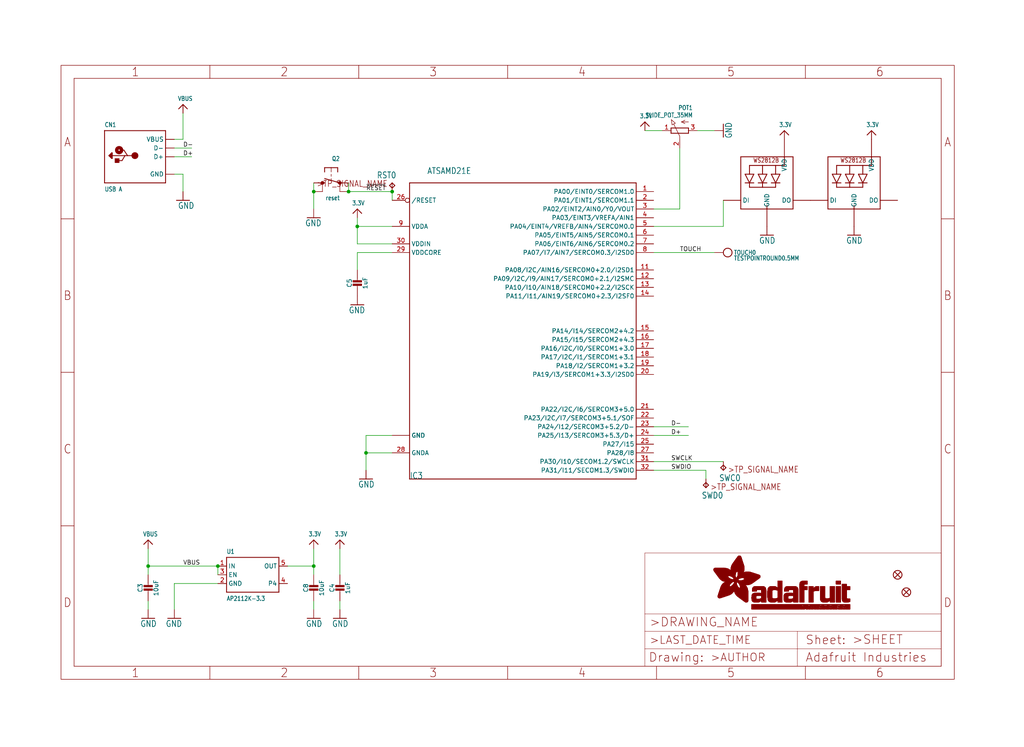
<source format=kicad_sch>
(kicad_sch (version 20211123) (generator eeschema)
  (paper "User" 298.45 217.881)
  (lib_symbols
    (symbol "eagleSchem-eagle-import:3.3V" (power)
      (property "Value" "3.3V" (at -1.524 1.016 0))
      (symbol "3.3V_1_0"
        (pin power_in line (at 0 -2.54 90) (length 2.54) (name "3.3V") (number "1"))
      )
    )
    (symbol "eagleSchem-eagle-import:ATSAMD21E"
      (property "Reference" "IC" (at -35.56 -43.18 0))
      (property "Value" "ATSAMD21E" (at -30.48 45.72 0))
      (symbol "ATSAMD21E_1_0"
        (pin bidirectional line (at 35.56 40.64 180) (length 5.08) (name "PA00/EINT0/SERCOM1.0") (number "1"))
        (pin power_in line (at -40.64 -30.48 0) (length 5.08) (name "GND") (number "10"))
        (pin bidirectional line (at 35.56 17.78 180) (length 5.08) (name "PA08/I2C/AIN16/SERCOM0+2.0/I2SD1") (number "11"))
        (pin bidirectional line (at 35.56 15.24 180) (length 5.08) (name "PA09/I2C/I9/AIN17/SERCOM0+2.1/I2SMC") (number "12"))
        (pin bidirectional line (at 35.56 12.7 180) (length 5.08) (name "PA10/I10/AIN18/SERCOM0+2.2/I2SCK") (number "13"))
        (pin bidirectional line (at 35.56 10.16 180) (length 5.08) (name "PA11/I11/AIN19/SERCOM0+2.3/I2SF0") (number "14"))
        (pin bidirectional line (at 35.56 0 180) (length 5.08) (name "PA14/I14/SERCOM2+4.2") (number "15"))
        (pin bidirectional line (at 35.56 -2.54 180) (length 5.08) (name "PA15/I15/SERCOM2+4.3") (number "16"))
        (pin bidirectional line (at 35.56 -5.08 180) (length 5.08) (name "PA16/I2C/I0/SERCOM1+3.0") (number "17"))
        (pin bidirectional line (at 35.56 -7.62 180) (length 5.08) (name "PA17/I2C/I1/SERCOM1+3.1") (number "18"))
        (pin bidirectional line (at 35.56 -10.16 180) (length 5.08) (name "PA18/I2/SERCOM1+3.2") (number "19"))
        (pin bidirectional line (at 35.56 38.1 180) (length 5.08) (name "PA01/EINT1/SERCOM1.1") (number "2"))
        (pin bidirectional line (at 35.56 -12.7 180) (length 5.08) (name "PA19/I3/SERCOM1+3.3/I2SD0") (number "20"))
        (pin bidirectional line (at 35.56 -22.86 180) (length 5.08) (name "PA22/I2C/I6/SERCOM3+5.0") (number "21"))
        (pin bidirectional line (at 35.56 -25.4 180) (length 5.08) (name "PA23/I2C/I7/SERCOM3+5.1/SOF") (number "22"))
        (pin bidirectional line (at 35.56 -27.94 180) (length 5.08) (name "PA24/I12/SERCOM3+5.2/D-") (number "23"))
        (pin bidirectional line (at 35.56 -30.48 180) (length 5.08) (name "PA25/I13/SERCOM3+5.3/D+") (number "24"))
        (pin bidirectional line (at 35.56 -33.02 180) (length 5.08) (name "PA27/I15") (number "25"))
        (pin bidirectional inverted (at -40.64 38.1 0) (length 5.08) (name "/RESET") (number "26"))
        (pin bidirectional line (at 35.56 -35.56 180) (length 5.08) (name "PA28/I8") (number "27"))
        (pin power_in line (at -40.64 -35.56 0) (length 5.08) (name "GNDA") (number "28"))
        (pin power_in line (at -40.64 22.86 0) (length 5.08) (name "VDDCORE") (number "29"))
        (pin bidirectional line (at 35.56 35.56 180) (length 5.08) (name "PA02/EINT2/AIN0/Y0/VOUT") (number "3"))
        (pin power_in line (at -40.64 25.4 0) (length 5.08) (name "VDDIN") (number "30"))
        (pin bidirectional line (at 35.56 -38.1 180) (length 5.08) (name "PA30/I10/SECOM1.2/SWCLK") (number "31"))
        (pin bidirectional line (at 35.56 -40.64 180) (length 5.08) (name "PA31/I11/SECOM1.3/SWDIO") (number "32"))
        (pin power_in line (at -40.64 -30.48 0) (length 5.08) (name "GND") (number "33"))
        (pin bidirectional line (at 35.56 33.02 180) (length 5.08) (name "PA03/EINT3/VREFA/AIN1") (number "4"))
        (pin bidirectional line (at 35.56 30.48 180) (length 5.08) (name "PA04/EINT4/VREFB/AIN4/SERCOM0.0") (number "5"))
        (pin bidirectional line (at 35.56 27.94 180) (length 5.08) (name "PA05/EINT5/AIN5/SERCOM0.1") (number "6"))
        (pin bidirectional line (at 35.56 25.4 180) (length 5.08) (name "PA06/EINT6/AIN6/SERCOM0.2") (number "7"))
        (pin bidirectional line (at 35.56 22.86 180) (length 5.08) (name "PA07/I7/AIN7/SERCOM0.3/I2SD0") (number "8"))
        (pin power_in line (at -40.64 30.48 0) (length 5.08) (name "VDDA") (number "9"))
      )
    )
    (symbol "eagleSchem-eagle-import:CAP_CERAMIC0603_NO"
      (property "Reference" "C" (at -2.29 1.25 90))
      (property "Value" "CAP_CERAMIC0603_NO" (at 2.3 1.25 90))
      (symbol "CAP_CERAMIC0603_NO_1_0"
        (pin passive line (at 0 5.08 270) (length 2.54) (name "1") (number "1"))
        (pin passive line (at 0 -2.54 90) (length 2.54) (name "2") (number "2"))
      )
    )
    (symbol "eagleSchem-eagle-import:CAP_CERAMIC0805-NOOUTLINE"
      (property "Reference" "C" (at -2.29 1.25 90))
      (property "Value" "CAP_CERAMIC0805-NOOUTLINE" (at 2.3 1.25 90))
      (symbol "CAP_CERAMIC0805-NOOUTLINE_1_0"
        (pin passive line (at 0 5.08 270) (length 2.54) (name "1") (number "1"))
        (pin passive line (at 0 -2.54 90) (length 2.54) (name "2") (number "2"))
      )
    )
    (symbol "eagleSchem-eagle-import:FIDUCIAL_1MM")
    (symbol "eagleSchem-eagle-import:FRAME_A4_ADAFRUIT"
      (symbol "FRAME_A4_ADAFRUIT_0_0"
        (text "1" (at 21.6958 1.905 0) (effects (font (size 2.54 2.286))))
        (text "1" (at 21.6958 177.165 0) (effects (font (size 2.54 2.286))))
        (text "2" (at 65.0875 1.905 0) (effects (font (size 2.54 2.286))))
        (text "2" (at 65.0875 177.165 0) (effects (font (size 2.54 2.286))))
        (text "3" (at 108.4792 1.905 0) (effects (font (size 2.54 2.286))))
        (text "3" (at 108.4792 177.165 0) (effects (font (size 2.54 2.286))))
        (text "4" (at 151.8708 1.905 0) (effects (font (size 2.54 2.286))))
        (text "4" (at 151.8708 177.165 0) (effects (font (size 2.54 2.286))))
        (text "5" (at 195.2625 1.905 0) (effects (font (size 2.54 2.286))))
        (text "5" (at 195.2625 177.165 0) (effects (font (size 2.54 2.286))))
        (text "6" (at 238.6542 1.905 0) (effects (font (size 2.54 2.286))))
        (text "6" (at 238.6542 177.165 0) (effects (font (size 2.54 2.286))))
        (text "A" (at 1.905 156.6863 0) (effects (font (size 2.54 2.286))))
        (text "A" (at 258.445 156.6863 0) (effects (font (size 2.54 2.286))))
        (text "B" (at 1.905 111.9188 0) (effects (font (size 2.54 2.286))))
        (text "B" (at 258.445 111.9188 0) (effects (font (size 2.54 2.286))))
        (text "C" (at 1.905 67.1513 0) (effects (font (size 2.54 2.286))))
        (text "C" (at 258.445 67.1513 0) (effects (font (size 2.54 2.286))))
        (text "D" (at 1.905 22.3838 0) (effects (font (size 2.54 2.286))))
        (text "D" (at 258.445 22.3838 0) (effects (font (size 2.54 2.286))))
      )
      (symbol "FRAME_A4_ADAFRUIT_1_0"
        (text ">AUTHOR" (at 189.23 5.08 0) (effects (font (size 2.286 2.286)) (justify left bottom)))
        (text ">DRAWING_NAME" (at 171.45 15.24 0) (effects (font (size 2.54 2.54)) (justify left bottom)))
        (text ">LAST_DATE_TIME" (at 171.45 10.16 0) (effects (font (size 2.286 2.286)) (justify left bottom)))
        (text ">SHEET" (at 230.505 10.16 0) (effects (font (size 2.54 2.54)) (justify left bottom)))
        (text "Adafruit Industries" (at 216.916 4.953 0) (effects (font (size 2.54 2.54)) (justify left bottom)))
        (text "Drawing:" (at 171.196 4.953 0) (effects (font (size 2.54 2.54)) (justify left bottom)))
        (text "Sheet:" (at 216.916 10.033 0) (effects (font (size 2.54 2.54)) (justify left bottom)))
      )
    )
    (symbol "eagleSchem-eagle-import:GND" (power)
      (property "Value" "GND" (at -2.54 -2.54 0))
      (symbol "GND_1_0"
        (pin power_in line (at 0 2.54 270) (length 2.54) (name "GND") (number "1"))
      )
    )
    (symbol "eagleSchem-eagle-import:SLIDE_POT_35MM"
      (property "Reference" "POT" (at -5.969 -3.81 90))
      (property "Value" "SLIDE_POT_35MM" (at -3.81 -3.81 90))
      (symbol "SLIDE_POT_35MM_1_0"
        (pin passive line (at 0 5.08 270) (length 2.54) (name "E") (number "1"))
        (pin passive line (at 5.08 0 180) (length 2.54) (name "S") (number "2"))
        (pin passive line (at 0 -5.08 90) (length 2.54) (name "A") (number "3"))
      )
    )
    (symbol "eagleSchem-eagle-import:SWITCH_TACT_SMT4.6X2.8"
      (property "Reference" "SW" (at -2.54 6.35 0))
      (property "Value" "SWITCH_TACT_SMT4.6X2.8" (at -2.54 -5.08 0))
      (symbol "SWITCH_TACT_SMT4.6X2.8_1_0"
        (pin passive line (at -5.08 0 0) (length 2.54) (name "P") (number "A"))
        (pin passive line (at -5.08 -2.54 0) (length 2.54) (name "P1") (number "A'"))
        (pin passive line (at 5.08 0 180) (length 2.54) (name "S") (number "B"))
        (pin passive line (at 5.08 -2.54 180) (length 2.54) (name "S1") (number "B'"))
      )
    )
    (symbol "eagleSchem-eagle-import:TESTPOINTROUND0.5MM"
      (property "Reference" "TP" (at 0 5.588 90))
      (property "Value" "TESTPOINTROUND0.5MM" (at 1.651 5.588 90))
      (symbol "TESTPOINTROUND0.5MM_1_0"
        (pin bidirectional line (at 0 0 90) (length 2.54) (name "P$1") (number "P$1"))
      )
    )
    (symbol "eagleSchem-eagle-import:TPTP15R"
      (property "Reference" "TP" (at -1.27 1.27 0))
      (symbol "TPTP15R_1_0"
        (text ">TP_SIGNAL_NAME" (at 1.27 -1.27 0) (effects (font (size 1.778 1.5113)) (justify left bottom)))
        (pin input line (at 0 -2.54 90) (length 2.54) (name "TP") (number "TP"))
      )
    )
    (symbol "eagleSchem-eagle-import:TPTP16R"
      (property "Reference" "TP" (at -1.27 1.27 0))
      (symbol "TPTP16R_1_0"
        (text ">TP_SIGNAL_NAME" (at 1.27 -1.27 0) (effects (font (size 1.778 1.5113)) (justify left bottom)))
        (pin input line (at 0 -2.54 90) (length 2.54) (name "TP") (number "TP"))
      )
    )
    (symbol "eagleSchem-eagle-import:USB_TYPEAPCB"
      (property "Reference" "X" (at -10.16 8.636 0))
      (property "Value" "USB_TYPEAPCB" (at -10.16 -10.16 0))
      (symbol "USB_TYPEAPCB_1_0"
        (pin power_in line (at 10.16 -5.08 180) (length 2.54) (name "GND") (number "GND"))
        (pin bidirectional line (at 10.16 2.54 180) (length 2.54) (name "D-") (number "USB_NEG"))
        (pin bidirectional line (at 10.16 0 180) (length 2.54) (name "D+") (number "USB_PLUS"))
        (pin power_in line (at 10.16 5.08 180) (length 2.54) (name "VBUS") (number "VCC"))
      )
    )
    (symbol "eagleSchem-eagle-import:VBUS" (power)
      (property "Value" "VBUS" (at -1.524 1.016 0))
      (symbol "VBUS_1_0"
        (pin power_in line (at 0 -2.54 90) (length 2.54) (name "VBUS") (number "1"))
      )
    )
    (symbol "eagleSchem-eagle-import:VREG_SOT23-5"
      (property "Reference" "U" (at -7.62 6.096 0))
      (property "Value" "VREG_SOT23-5" (at -7.62 -7.62 0))
      (symbol "VREG_SOT23-5_1_0"
        (pin power_in line (at -10.16 2.54 0) (length 2.54) (name "IN") (number "1"))
        (pin power_in line (at -10.16 -2.54 0) (length 2.54) (name "GND") (number "2"))
        (pin input line (at -10.16 0 0) (length 2.54) (name "EN") (number "3"))
        (pin bidirectional line (at 10.16 -2.54 180) (length 2.54) (name "P4") (number "4"))
        (pin power_in line (at 10.16 2.54 180) (length 2.54) (name "OUT") (number "5"))
      )
    )
    (symbol "eagleSchem-eagle-import:WS2812B_SK6812E"
      (symbol "WS2812B_SK6812E_1_0"
        (text "WS2812B" (at -4.064 8.382 0) (effects (font (size 1.27 1.0795)) (justify left bottom)))
        (pin power_in line (at 5.08 15.24 270) (length 5.08) (name "VDD") (number "1-VDD"))
        (pin output line (at 12.7 -2.54 180) (length 5.08) (name "DO") (number "2-DOUT"))
        (pin power_in line (at 0 -10.16 90) (length 5.08) (name "GND") (number "3-GND"))
        (pin input line (at -12.7 -2.54 0) (length 5.08) (name "DI") (number "4-DIN"))
      )
    )
  )
  (junction (at 91.44 165.1))
  (junction (at 91.44 55.88))
  (junction (at 106.68 132.08))
  (junction (at 101.6 55.88))
  (junction (at 104.14 66.04))
  (junction (at 114.3 55.88))
  (junction (at 63.5 165.1))
  (junction (at 43.18 165.1))
  (wire (pts (xy 43.18 165.1) (xy 43.18 160.02)))
  (wire (pts (xy 91.44 53.34) (xy 91.44 55.88)))
  (wire (pts (xy 190.5 134.62) (xy 210.82 134.62)))
  (wire (pts (xy 190.5 60.96) (xy 198.12 60.96)))
  (wire (pts (xy 43.18 167.64) (xy 43.18 165.1)))
  (wire (pts (xy 50.8 170.18) (xy 50.8 177.8)))
  (wire (pts (xy 99.06 177.8) (xy 99.06 175.26)))
  (wire (pts (xy 91.44 165.1) (xy 83.82 165.1)))
  (wire (pts (xy 114.3 66.04) (xy 104.14 66.04)))
  (wire (pts (xy 205.74 137.16) (xy 205.74 139.7)))
  (wire (pts (xy 106.68 132.08) (xy 106.68 137.16)))
  (wire (pts (xy 53.34 33.02) (xy 53.34 40.64)))
  (wire (pts (xy 114.3 55.88) (xy 114.3 58.42)))
  (wire (pts (xy 99.06 160.02) (xy 99.06 167.64)))
  (wire (pts (xy 193.04 38.1) (xy 187.96 38.1)))
  (wire (pts (xy 114.3 73.66) (xy 104.14 73.66)))
  (wire (pts (xy 91.44 60.96) (xy 91.44 55.88)))
  (wire (pts (xy 53.34 50.8) (xy 53.34 55.88)))
  (wire (pts (xy 198.12 43.18) (xy 198.12 60.96)))
  (wire (pts (xy 104.14 66.04) (xy 104.14 63.5)))
  (wire (pts (xy 43.18 177.8) (xy 43.18 175.26)))
  (wire (pts (xy 50.8 50.8) (xy 53.34 50.8)))
  (wire (pts (xy 190.5 137.16) (xy 205.74 137.16)))
  (wire (pts (xy 114.3 132.08) (xy 106.68 132.08)))
  (wire (pts (xy 43.18 165.1) (xy 63.5 165.1)))
  (wire (pts (xy 104.14 71.12) (xy 104.14 66.04)))
  (wire (pts (xy 91.44 177.8) (xy 91.44 175.26)))
  (wire (pts (xy 114.3 127) (xy 106.68 127)))
  (wire (pts (xy 50.8 45.72) (xy 55.88 45.72)))
  (wire (pts (xy 91.44 165.1) (xy 91.44 167.64)))
  (wire (pts (xy 91.44 160.02) (xy 91.44 165.1)))
  (wire (pts (xy 63.5 170.18) (xy 50.8 170.18)))
  (wire (pts (xy 114.3 71.12) (xy 104.14 71.12)))
  (wire (pts (xy 190.5 66.04) (xy 210.82 66.04)))
  (wire (pts (xy 210.82 66.04) (xy 210.82 58.42)))
  (wire (pts (xy 104.14 73.66) (xy 104.14 78.74)))
  (wire (pts (xy 63.5 167.64) (xy 63.5 165.1)))
  (wire (pts (xy 50.8 40.64) (xy 53.34 40.64)))
  (wire (pts (xy 106.68 127) (xy 106.68 132.08)))
  (wire (pts (xy 200.66 127) (xy 190.5 127)))
  (wire (pts (xy 101.6 55.88) (xy 101.6 53.34)))
  (wire (pts (xy 190.5 124.46) (xy 200.66 124.46)))
  (wire (pts (xy 101.6 55.88) (xy 114.3 55.88)))
  (wire (pts (xy 50.8 43.18) (xy 55.88 43.18)))
  (wire (pts (xy 203.2 38.1) (xy 208.28 38.1)))
  (wire (pts (xy 190.5 73.66) (xy 208.28 73.66)))
  (label "SWCLK" (at 195.58 134.62 0) (effects (font (size 1.2446 1.2446))))
  (label "SWDIO" (at 195.58 137.16 0) (effects (font (size 1.2446 1.2446))))
  (label "D-" (at 195.58 124.46 0) (effects (font (size 1.2446 1.2446))))
  (label "D+" (at 53.34 45.72 0) (effects (font (size 1.2446 1.2446))))
  (label "~{RESET}" (at 106.68 55.88 0) (effects (font (size 1.2446 1.2446))))
  (label "TOUCH" (at 198.12 73.66 0) (effects (font (size 1.2446 1.2446))))
  (label "D-" (at 53.34 43.18 0) (effects (font (size 1.2446 1.2446))))
  (label "D+" (at 195.58 127 0) (effects (font (size 1.2446 1.2446))))
  (label "VBUS" (at 53.34 165.1 0) (effects (font (size 1.2446 1.2446))))
  (symbol (lib_id "eagleSchem-eagle-import:GND") (at 91.44 180.34 0) (mirror y) (unit 1)
    (property "Reference" "#GND12" (effects hide))
    (property "Value" "GND" (at 93.98 182.88 0) (effects (font (size 1.778 1.5113)) (justify left bottom)))
    (property "Footprint" "eagleSchem:" (effects hide))
  )
  (symbol (lib_id "eagleSchem-eagle-import:ATSAMD21E") (at 154.94 96.52 0) (unit 1)
    (property "Reference" "IC3" (at 119.38 139.7 0) (effects (font (size 1.778 1.5113)) (justify left bottom)))
    (property "Value" "ATSAMD21E" (at 124.46 50.8 0) (effects (font (size 1.778 1.5113)) (justify left bottom)))
    (property "Footprint" "eagleSchem:QFN32_5MM" (effects hide))
  )
  (symbol (lib_id "eagleSchem-eagle-import:3.3V") (at 254 38.1 0) (unit 1)
    (property "Reference" "#U$4" (effects hide))
    (property "Value" "3.3V" (at 252.476 37.084 0) (effects (font (size 1.27 1.0795)) (justify left bottom)))
    (property "Footprint" "eagleSchem:" (effects hide))
  )
  (symbol (lib_id "eagleSchem-eagle-import:CAP_CERAMIC0805-NOOUTLINE") (at 91.44 172.72 0) (unit 1)
    (property "Reference" "C8" (at 89.15 171.47 90))
    (property "Value" "10uF" (at 93.74 171.47 90))
    (property "Footprint" "eagleSchem:0805-NO" (effects hide))
  )
  (symbol (lib_id "eagleSchem-eagle-import:GND") (at 43.18 180.34 0) (mirror y) (unit 1)
    (property "Reference" "#GND3" (effects hide))
    (property "Value" "GND" (at 45.72 182.88 0) (effects (font (size 1.778 1.5113)) (justify left bottom)))
    (property "Footprint" "eagleSchem:" (effects hide))
  )
  (symbol (lib_id "eagleSchem-eagle-import:GND") (at 50.8 180.34 0) (unit 1)
    (property "Reference" "#GND11" (effects hide))
    (property "Value" "GND" (at 48.26 182.88 0) (effects (font (size 1.778 1.5113)) (justify left bottom)))
    (property "Footprint" "eagleSchem:" (effects hide))
  )
  (symbol (lib_id "eagleSchem-eagle-import:GND") (at 106.68 139.7 0) (mirror y) (unit 1)
    (property "Reference" "#GND18" (effects hide))
    (property "Value" "GND" (at 109.22 142.24 0) (effects (font (size 1.778 1.5113)) (justify left bottom)))
    (property "Footprint" "eagleSchem:" (effects hide))
  )
  (symbol (lib_id "eagleSchem-eagle-import:SLIDE_POT_35MM") (at 198.12 38.1 90) (mirror x) (unit 1)
    (property "Reference" "POT1" (at 201.93 32.131 90) (effects (font (size 1.27 1.0795)) (justify left bottom)))
    (property "Value" "SLIDE_POT_35MM" (at 201.93 34.29 90) (effects (font (size 1.27 1.0795)) (justify left bottom)))
    (property "Footprint" "eagleSchem:SLIDE_POT_35MM" (effects hide))
  )
  (symbol (lib_id "eagleSchem-eagle-import:FRAME_A4_ADAFRUIT") (at 17.78 198.12 0) (unit 1)
    (property "Reference" "#U$1" (effects hide))
    (property "Value" "FRAME_A4_ADAFRUIT" (effects hide))
    (property "Footprint" "eagleSchem:" (effects hide))
  )
  (symbol (lib_id "eagleSchem-eagle-import:3.3V") (at 91.44 157.48 0) (unit 1)
    (property "Reference" "#U$17" (effects hide))
    (property "Value" "3.3V" (at 89.916 156.464 0) (effects (font (size 1.27 1.0795)) (justify left bottom)))
    (property "Footprint" "eagleSchem:" (effects hide))
  )
  (symbol (lib_id "eagleSchem-eagle-import:VBUS") (at 43.18 157.48 0) (unit 1)
    (property "Reference" "#U$13" (effects hide))
    (property "Value" "VBUS" (at 41.656 156.464 0) (effects (font (size 1.27 1.0795)) (justify left bottom)))
    (property "Footprint" "eagleSchem:" (effects hide))
  )
  (symbol (lib_id "eagleSchem-eagle-import:3.3V") (at 187.96 35.56 0) (unit 1)
    (property "Reference" "#U$5" (effects hide))
    (property "Value" "3.3V" (at 186.436 34.544 0) (effects (font (size 1.27 1.0795)) (justify left bottom)))
    (property "Footprint" "eagleSchem:" (effects hide))
  )
  (symbol (lib_id "eagleSchem-eagle-import:FIDUCIAL_1MM") (at 264.16 172.72 0) (unit 1)
    (property "Reference" "FID2" (effects hide))
    (property "Value" "FIDUCIAL_1MM" (effects hide))
    (property "Footprint" "eagleSchem:FIDUCIAL_1MM" (effects hide))
  )
  (symbol (lib_id "eagleSchem-eagle-import:CAP_CERAMIC0805-NOOUTLINE") (at 43.18 172.72 0) (unit 1)
    (property "Reference" "C3" (at 40.89 171.47 90))
    (property "Value" "10uF" (at 45.48 171.47 90))
    (property "Footprint" "eagleSchem:0805-NO" (effects hide))
  )
  (symbol (lib_id "eagleSchem-eagle-import:TPTP16R") (at 114.3 53.34 0) (mirror y) (unit 1)
    (property "Reference" "RST0" (at 115.57 52.07 0) (effects (font (size 1.778 1.5113)) (justify left bottom)))
    (property "Value" "TPTP16R" (effects hide))
    (property "Footprint" "eagleSchem:TP16R" (effects hide))
  )
  (symbol (lib_id "eagleSchem-eagle-import:GND") (at 104.14 88.9 0) (unit 1)
    (property "Reference" "#GND7" (effects hide))
    (property "Value" "GND" (at 101.6 91.44 0) (effects (font (size 1.778 1.5113)) (justify left bottom)))
    (property "Footprint" "eagleSchem:" (effects hide))
  )
  (symbol (lib_id "eagleSchem-eagle-import:3.3V") (at 99.06 157.48 0) (unit 1)
    (property "Reference" "#U$20" (effects hide))
    (property "Value" "3.3V" (at 97.536 156.464 0) (effects (font (size 1.27 1.0795)) (justify left bottom)))
    (property "Footprint" "eagleSchem:" (effects hide))
  )
  (symbol (lib_id "eagleSchem-eagle-import:GND") (at 223.52 68.58 0) (mirror y) (unit 1)
    (property "Reference" "#GND6" (effects hide))
    (property "Value" "GND" (at 226.06 71.12 0) (effects (font (size 1.778 1.5113)) (justify left bottom)))
    (property "Footprint" "eagleSchem:" (effects hide))
  )
  (symbol (lib_id "eagleSchem-eagle-import:GND") (at 53.34 58.42 0) (unit 1)
    (property "Reference" "#U$2" (effects hide))
    (property "Value" "GND" (at 51.816 60.96 0) (effects (font (size 1.778 1.5113)) (justify left bottom)))
    (property "Footprint" "eagleSchem:" (effects hide))
  )
  (symbol (lib_id "eagleSchem-eagle-import:USB_TYPEAPCB") (at 40.64 45.72 0) (unit 1)
    (property "Reference" "CN1" (at 30.48 37.084 0) (effects (font (size 1.27 1.0795)) (justify left bottom)))
    (property "Value" "USB A" (at 30.48 55.88 0) (effects (font (size 1.27 1.0795)) (justify left bottom)))
    (property "Footprint" "eagleSchem:USBA_PCB" (effects hide))
  )
  (symbol (lib_id "eagleSchem-eagle-import:VBUS") (at 53.34 30.48 0) (unit 1)
    (property "Reference" "#U$15" (effects hide))
    (property "Value" "VBUS" (at 51.816 29.464 0) (effects (font (size 1.27 1.0795)) (justify left bottom)))
    (property "Footprint" "eagleSchem:" (effects hide))
  )
  (symbol (lib_id "eagleSchem-eagle-import:TPTP16R") (at 205.74 142.24 0) (mirror x) (unit 1)
    (property "Reference" "SWD0" (at 204.47 143.51 0) (effects (font (size 1.778 1.5113)) (justify left bottom)))
    (property "Value" "TPTP16R" (effects hide))
    (property "Footprint" "eagleSchem:TP16R" (effects hide))
  )
  (symbol (lib_id "eagleSchem-eagle-import:GND") (at 99.06 180.34 0) (mirror y) (unit 1)
    (property "Reference" "#GND5" (effects hide))
    (property "Value" "GND" (at 101.6 182.88 0) (effects (font (size 1.778 1.5113)) (justify left bottom)))
    (property "Footprint" "eagleSchem:" (effects hide))
  )
  (symbol (lib_id "eagleSchem-eagle-import:GND") (at 210.82 38.1 90) (mirror x) (unit 1)
    (property "Reference" "#GND2" (effects hide))
    (property "Value" "GND" (at 213.36 35.56 0) (effects (font (size 1.778 1.5113)) (justify left bottom)))
    (property "Footprint" "eagleSchem:" (effects hide))
  )
  (symbol (lib_id "eagleSchem-eagle-import:GND") (at 248.92 68.58 0) (mirror y) (unit 1)
    (property "Reference" "#GND1" (effects hide))
    (property "Value" "GND" (at 251.46 71.12 0) (effects (font (size 1.778 1.5113)) (justify left bottom)))
    (property "Footprint" "eagleSchem:" (effects hide))
  )
  (symbol (lib_id "eagleSchem-eagle-import:SWITCH_TACT_SMT4.6X2.8") (at 96.52 53.34 0) (mirror y) (unit 1)
    (property "Reference" "Q2" (at 99.06 46.99 0) (effects (font (size 1.27 1.0795)) (justify left bottom)))
    (property "Value" "reset" (at 99.06 58.42 0) (effects (font (size 1.27 1.0795)) (justify left bottom)))
    (property "Footprint" "eagleSchem:BTN_KMR2_4.6X2.8" (effects hide))
  )
  (symbol (lib_id "eagleSchem-eagle-import:CAP_CERAMIC0603_NO") (at 104.14 83.82 0) (unit 1)
    (property "Reference" "C5" (at 101.85 82.57 90))
    (property "Value" "1uF" (at 106.44 82.57 90))
    (property "Footprint" "eagleSchem:0603-NO" (effects hide))
  )
  (symbol (lib_id "eagleSchem-eagle-import:TPTP15R") (at 210.82 137.16 0) (mirror x) (unit 1)
    (property "Reference" "SWC0" (at 209.55 138.43 0) (effects (font (size 1.778 1.5113)) (justify left bottom)))
    (property "Value" "TPTP15R" (effects hide))
    (property "Footprint" "eagleSchem:TP15R" (effects hide))
  )
  (symbol (lib_id "eagleSchem-eagle-import:VREG_SOT23-5") (at 73.66 167.64 0) (unit 1)
    (property "Reference" "U1" (at 66.04 161.544 0) (effects (font (size 1.27 1.0795)) (justify left bottom)))
    (property "Value" "AP2112K-3.3" (at 66.04 175.26 0) (effects (font (size 1.27 1.0795)) (justify left bottom)))
    (property "Footprint" "eagleSchem:SOT23-5" (effects hide))
  )
  (symbol (lib_id "eagleSchem-eagle-import:FIDUCIAL_1MM") (at 261.62 167.64 0) (unit 1)
    (property "Reference" "FID1" (effects hide))
    (property "Value" "FIDUCIAL_1MM" (effects hide))
    (property "Footprint" "eagleSchem:FIDUCIAL_1MM" (effects hide))
  )
  (symbol (lib_id "eagleSchem-eagle-import:3.3V") (at 228.6 38.1 0) (unit 1)
    (property "Reference" "#U$3" (effects hide))
    (property "Value" "3.3V" (at 227.076 37.084 0) (effects (font (size 1.27 1.0795)) (justify left bottom)))
    (property "Footprint" "eagleSchem:" (effects hide))
  )
  (symbol (lib_id "eagleSchem-eagle-import:GND") (at 91.44 63.5 0) (unit 1)
    (property "Reference" "#GND14" (effects hide))
    (property "Value" "GND" (at 88.9 66.04 0) (effects (font (size 1.778 1.5113)) (justify left bottom)))
    (property "Footprint" "eagleSchem:" (effects hide))
  )
  (symbol (lib_id "eagleSchem-eagle-import:CAP_CERAMIC0603_NO") (at 99.06 172.72 0) (unit 1)
    (property "Reference" "C4" (at 96.77 171.47 90))
    (property "Value" "1uF" (at 101.36 171.47 90))
    (property "Footprint" "eagleSchem:0603-NO" (effects hide))
  )
  (symbol (lib_id "eagleSchem-eagle-import:WS2812B_SK6812E") (at 223.52 55.88 0) (unit 1)
    (property "Reference" "LED1" (effects hide))
    (property "Value" "WS2812B_SK6812E" (effects hide))
    (property "Footprint" "eagleSchem:NEO3535_REVERSE" (effects hide))
  )
  (symbol (lib_id "eagleSchem-eagle-import:TESTPOINTROUND0.5MM") (at 208.28 73.66 270) (unit 1)
    (property "Reference" "TOUCH0" (at 213.868 73.66 90) (effects (font (size 1.27 1.0795)) (justify left)))
    (property "Value" "TESTPOINTROUND0.5MM" (at 213.868 75.311 90) (effects (font (size 1.27 1.0795)) (justify left)))
    (property "Footprint" "eagleSchem:TESTPOINT_ROUND_0.5MM" (effects hide))
  )
  (symbol (lib_id "eagleSchem-eagle-import:WS2812B_SK6812E") (at 248.92 55.88 0) (unit 1)
    (property "Reference" "LED2" (effects hide))
    (property "Value" "WS2812B_SK6812E" (effects hide))
    (property "Footprint" "eagleSchem:NEO3535_REVERSE" (effects hide))
  )
  (symbol (lib_id "eagleSchem-eagle-import:3.3V") (at 104.14 60.96 0) (unit 1)
    (property "Reference" "#U$18" (effects hide))
    (property "Value" "3.3V" (at 102.616 59.944 0) (effects (font (size 1.27 1.0795)) (justify left bottom)))
    (property "Footprint" "eagleSchem:" (effects hide))
  )
)
</source>
